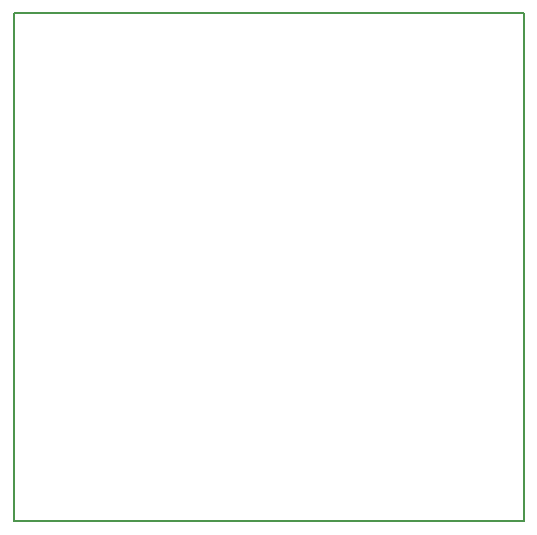
<source format=gm1>
G04 #@! TF.GenerationSoftware,KiCad,Pcbnew,5.0.2-5.0.2*
G04 #@! TF.CreationDate,2019-05-06T09:06:14+02:00*
G04 #@! TF.ProjectId,MiniMeter-B1,4d696e69-4d65-4746-9572-2d42312e6b69,2.1*
G04 #@! TF.SameCoordinates,PX7cbd980PY75aef40*
G04 #@! TF.FileFunction,Profile,NP*
%FSLAX46Y46*%
G04 Gerber Fmt 4.6, Leading zero omitted, Abs format (unit mm)*
G04 Created by KiCad (PCBNEW 5.0.2-5.0.2) date Mon 06 May 2019 09:06:14 CEST*
%MOMM*%
%LPD*%
G01*
G04 APERTURE LIST*
%ADD10C,0.150000*%
G04 APERTURE END LIST*
D10*
X0Y0D02*
X0Y43000000D01*
X43200000Y0D02*
X0Y0D01*
X43200000Y43000000D02*
X43200000Y0D01*
X0Y43000000D02*
X43200000Y43000000D01*
M02*

</source>
